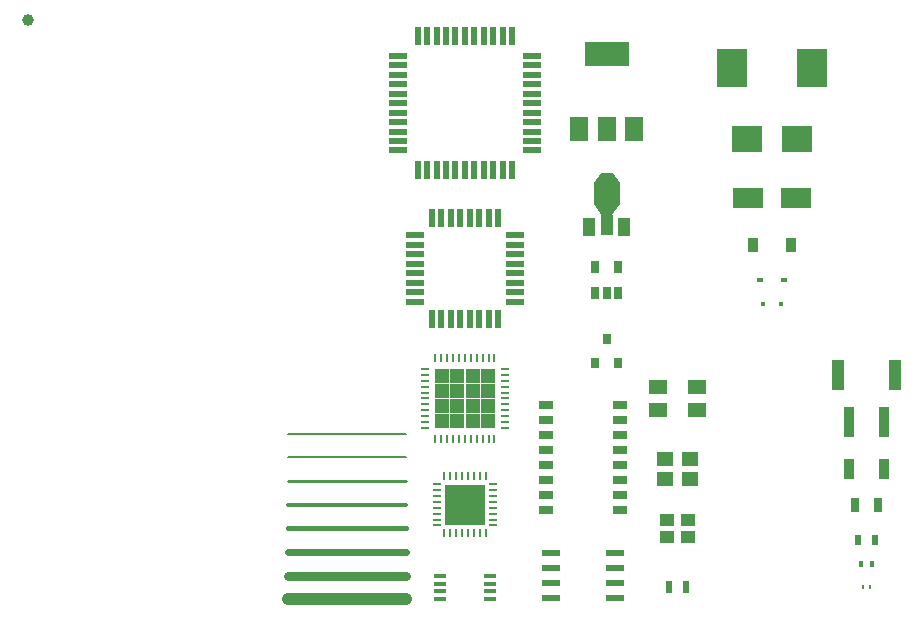
<source format=gbr>
G04 #@! TF.FileFunction,Copper,L2,Bot,Signal*
%FSLAX46Y46*%
G04 Gerber Fmt 4.6, Leading zero omitted, Abs format (unit mm)*
G04 Created by KiCad (PCBNEW 4.0.2-stable) date 8/18/2017 5:33:59 PM*
%MOMM*%
G01*
G04 APERTURE LIST*
%ADD10C,0.152400*%
%ADD11C,1.016000*%
%ADD12C,0.762000*%
%ADD13C,0.609600*%
%ADD14C,0.457200*%
%ADD15C,0.304800*%
%ADD16C,0.254000*%
%ADD17C,0.203200*%
%ADD18R,1.600000X0.550000*%
%ADD19R,0.550000X1.600000*%
%ADD20R,0.280000X0.430000*%
%ADD21R,0.400000X0.600000*%
%ADD22R,0.500000X0.900000*%
%ADD23R,0.700000X1.300000*%
%ADD24R,0.900000X1.700000*%
%ADD25R,0.900000X2.500000*%
%ADD26R,1.000000X2.500000*%
%ADD27R,2.500000X1.800000*%
%ADD28R,2.500000X2.300000*%
%ADD29R,2.500000X3.300000*%
%ADD30R,1.550000X0.600000*%
%ADD31R,1.100000X0.400000*%
%ADD32R,0.700000X0.250000*%
%ADD33R,0.250000X0.700000*%
%ADD34R,1.287500X1.287500*%
%ADD35R,1.600000X1.300000*%
%ADD36R,1.400000X1.200000*%
%ADD37R,1.150000X1.000000*%
%ADD38R,0.600000X0.450000*%
%ADD39R,0.350000X0.350000*%
%ADD40R,0.900000X1.200000*%
%ADD41R,0.600000X1.100000*%
%ADD42R,1.000000X1.500000*%
%ADD43R,1.000000X1.800000*%
%ADD44R,2.200000X1.840000*%
%ADD45R,0.800000X0.900000*%
%ADD46R,0.650000X1.060000*%
%ADD47R,1.725000X1.725000*%
%ADD48R,1.300000X0.800000*%
%ADD49R,1.500000X0.550000*%
%ADD50R,0.550000X1.500000*%
%ADD51R,3.800000X2.000000*%
%ADD52R,1.500000X2.000000*%
%ADD53C,1.000000*%
G04 APERTURE END LIST*
D10*
D11*
X65000000Y-82000000D02*
X55000000Y-82000000D01*
D12*
X65000000Y-80000000D02*
X55000000Y-80000000D01*
D13*
X65000000Y-78000000D02*
X55000000Y-78000000D01*
D14*
X65000000Y-76000000D02*
X55000000Y-76000000D01*
D15*
X65000000Y-74000000D02*
X55000000Y-74000000D01*
D16*
X65000000Y-72000000D02*
X55000000Y-72000000D01*
D17*
X65000000Y-70000000D02*
X55000000Y-70000000D01*
D10*
X65000000Y-68000000D02*
X55000000Y-68000000D01*
D18*
X74250000Y-51200000D03*
X74250000Y-52000000D03*
X74250000Y-52800000D03*
X74250000Y-53600000D03*
X74250000Y-54400000D03*
X74250000Y-55200000D03*
X74250000Y-56000000D03*
X74250000Y-56800000D03*
D19*
X72800000Y-58250000D03*
X72000000Y-58250000D03*
X71200000Y-58250000D03*
X70400000Y-58250000D03*
X69600000Y-58250000D03*
X68800000Y-58250000D03*
X68000000Y-58250000D03*
X67200000Y-58250000D03*
D18*
X65750000Y-56800000D03*
X65750000Y-56000000D03*
X65750000Y-55200000D03*
X65750000Y-54400000D03*
X65750000Y-53600000D03*
X65750000Y-52800000D03*
X65750000Y-52000000D03*
X65750000Y-51200000D03*
D19*
X67200000Y-49750000D03*
X68000000Y-49750000D03*
X68800000Y-49750000D03*
X69600000Y-49750000D03*
X70400000Y-49750000D03*
X71200000Y-49750000D03*
X72000000Y-49750000D03*
X72800000Y-49750000D03*
D20*
X104260000Y-81000000D03*
X103740000Y-81000000D03*
D21*
X104450000Y-79000000D03*
X103550000Y-79000000D03*
D22*
X104750000Y-77000000D03*
X103250000Y-77000000D03*
D23*
X104950000Y-74000000D03*
X103050000Y-74000000D03*
D24*
X105450000Y-71000000D03*
X102550000Y-71000000D03*
D25*
X105450000Y-67000000D03*
X102550000Y-67000000D03*
D26*
X106450000Y-63000000D03*
X101550000Y-63000000D03*
D27*
X98000000Y-48000000D03*
X94000000Y-48000000D03*
D28*
X98150000Y-43000000D03*
X93850000Y-43000000D03*
D29*
X99400000Y-37000000D03*
X92600000Y-37000000D03*
D30*
X82700000Y-78095000D03*
X82700000Y-79365000D03*
X82700000Y-80635000D03*
X82700000Y-81905000D03*
X77300000Y-81905000D03*
X77300000Y-80635000D03*
X77300000Y-79365000D03*
X77300000Y-78095000D03*
D31*
X72150000Y-80025000D03*
X72150000Y-80675000D03*
X72150000Y-81325000D03*
X72150000Y-81975000D03*
X67850000Y-81975000D03*
X67850000Y-81325000D03*
X67850000Y-80675000D03*
X67850000Y-80025000D03*
D32*
X73400000Y-62500000D03*
X73400000Y-63000000D03*
X73400000Y-63500000D03*
X73400000Y-64000000D03*
X73400000Y-64500000D03*
X73400000Y-65000000D03*
X73400000Y-65500000D03*
X73400000Y-66000000D03*
X73400000Y-66500000D03*
X73400000Y-67000000D03*
X73400000Y-67500000D03*
D33*
X72500000Y-68400000D03*
X72000000Y-68400000D03*
X71500000Y-68400000D03*
X71000000Y-68400000D03*
X70500000Y-68400000D03*
X70000000Y-68400000D03*
X69500000Y-68400000D03*
X69000000Y-68400000D03*
X68500000Y-68400000D03*
X68000000Y-68400000D03*
X67500000Y-68400000D03*
D32*
X66600000Y-67500000D03*
X66600000Y-67000000D03*
X66600000Y-66500000D03*
X66600000Y-66000000D03*
X66600000Y-65500000D03*
X66600000Y-65000000D03*
X66600000Y-64500000D03*
X66600000Y-64000000D03*
X66600000Y-63500000D03*
X66600000Y-63000000D03*
X66600000Y-62500000D03*
D33*
X67500000Y-61600000D03*
X68000000Y-61600000D03*
X68500000Y-61600000D03*
X69000000Y-61600000D03*
X69500000Y-61600000D03*
X70000000Y-61600000D03*
X70500000Y-61600000D03*
X71000000Y-61600000D03*
X71500000Y-61600000D03*
X72000000Y-61600000D03*
X72500000Y-61600000D03*
D34*
X68068750Y-66931250D03*
X68068750Y-65643750D03*
X68068750Y-64356250D03*
X68068750Y-63068750D03*
X69356250Y-66931250D03*
X69356250Y-65643750D03*
X69356250Y-64356250D03*
X69356250Y-63068750D03*
X70643750Y-66931250D03*
X70643750Y-65643750D03*
X70643750Y-64356250D03*
X70643750Y-63068750D03*
X71931250Y-66931250D03*
X71931250Y-65643750D03*
X71931250Y-64356250D03*
X71931250Y-63068750D03*
D35*
X89650000Y-66000000D03*
X86350000Y-66000000D03*
X86350000Y-64000000D03*
X89650000Y-64000000D03*
D36*
X89100000Y-71850000D03*
X86900000Y-71850000D03*
X86900000Y-70150000D03*
X89100000Y-70150000D03*
D37*
X88875000Y-76700000D03*
X87125000Y-76700000D03*
X87125000Y-75300000D03*
X88875000Y-75300000D03*
D38*
X97050000Y-55000000D03*
X94950000Y-55000000D03*
D39*
X95275000Y-57000000D03*
X96725000Y-57000000D03*
D40*
X97650000Y-52000000D03*
X94350000Y-52000000D03*
D41*
X88700000Y-81000000D03*
X87300000Y-81000000D03*
D10*
G36*
X82500000Y-45908000D02*
X83100000Y-46758000D01*
X80900000Y-46758000D01*
X81500000Y-45908000D01*
X82500000Y-45908000D01*
X82500000Y-45908000D01*
G37*
D42*
X83500000Y-50480000D03*
D43*
X82000000Y-50333500D03*
D42*
X80500000Y-50480000D03*
D44*
X82000000Y-47666500D03*
D10*
G36*
X81600000Y-49576200D02*
X80900000Y-48576200D01*
X83100000Y-48576200D01*
X82400000Y-49576200D01*
X81600000Y-49576200D01*
X81600000Y-49576200D01*
G37*
D45*
X82950000Y-62000000D03*
X81050000Y-62000000D03*
X82000000Y-60000000D03*
D46*
X82950000Y-56100000D03*
X82000000Y-56100000D03*
X81050000Y-56100000D03*
X81050000Y-53900000D03*
X82950000Y-53900000D03*
D32*
X72400000Y-72250000D03*
X72400000Y-72750000D03*
X72400000Y-73250000D03*
X72400000Y-73750000D03*
X72400000Y-74250000D03*
X72400000Y-74750000D03*
X72400000Y-75250000D03*
X72400000Y-75750000D03*
D33*
X71750000Y-76400000D03*
X71250000Y-76400000D03*
X70750000Y-76400000D03*
X70250000Y-76400000D03*
X69750000Y-76400000D03*
X69250000Y-76400000D03*
X68750000Y-76400000D03*
X68250000Y-76400000D03*
D32*
X67600000Y-75750000D03*
X67600000Y-75250000D03*
X67600000Y-74750000D03*
X67600000Y-74250000D03*
X67600000Y-73750000D03*
X67600000Y-73250000D03*
X67600000Y-72750000D03*
X67600000Y-72250000D03*
D33*
X68250000Y-71600000D03*
X68750000Y-71600000D03*
X69250000Y-71600000D03*
X69750000Y-71600000D03*
X70250000Y-71600000D03*
X70750000Y-71600000D03*
X71250000Y-71600000D03*
X71750000Y-71600000D03*
D47*
X69137500Y-74862500D03*
X69137500Y-73137500D03*
X70862500Y-74862500D03*
X70862500Y-73137500D03*
D48*
X83150000Y-65550000D03*
X83150000Y-66830000D03*
X83150000Y-68090000D03*
X83150000Y-69360000D03*
X83150000Y-70640000D03*
X83150000Y-71910000D03*
X83150000Y-73170000D03*
X83150000Y-74450000D03*
X76850000Y-74450000D03*
X76850000Y-73170000D03*
X76850000Y-71910000D03*
X76850000Y-70640000D03*
X76850000Y-69360000D03*
X76850000Y-68090000D03*
X76850000Y-66830000D03*
X76850000Y-65550000D03*
D49*
X75700000Y-36000000D03*
X75700000Y-36800000D03*
X75700000Y-37600000D03*
X75700000Y-38400000D03*
X75700000Y-39200000D03*
X75700000Y-40000000D03*
X75700000Y-40800000D03*
X75700000Y-41600000D03*
X75700000Y-42400000D03*
X75700000Y-43200000D03*
X75700000Y-44000000D03*
D50*
X74000000Y-45700000D03*
X73200000Y-45700000D03*
X72400000Y-45700000D03*
X71600000Y-45700000D03*
X70800000Y-45700000D03*
X70000000Y-45700000D03*
X69200000Y-45700000D03*
X68400000Y-45700000D03*
X67600000Y-45700000D03*
X66800000Y-45700000D03*
X66000000Y-45700000D03*
D49*
X64300000Y-44000000D03*
X64300000Y-43200000D03*
X64300000Y-42400000D03*
X64300000Y-41600000D03*
X64300000Y-40800000D03*
X64300000Y-40000000D03*
X64300000Y-39200000D03*
X64300000Y-38400000D03*
X64300000Y-37600000D03*
X64300000Y-36800000D03*
X64300000Y-36000000D03*
D50*
X66000000Y-34300000D03*
X66800000Y-34300000D03*
X67600000Y-34300000D03*
X68400000Y-34300000D03*
X69200000Y-34300000D03*
X70000000Y-34300000D03*
X70800000Y-34300000D03*
X71600000Y-34300000D03*
X72400000Y-34300000D03*
X73200000Y-34300000D03*
X74000000Y-34300000D03*
D51*
X82000000Y-35850000D03*
D52*
X82000000Y-42150000D03*
X79700000Y-42150000D03*
X84300000Y-42150000D03*
D53*
X33000000Y-33000000D03*
M02*

</source>
